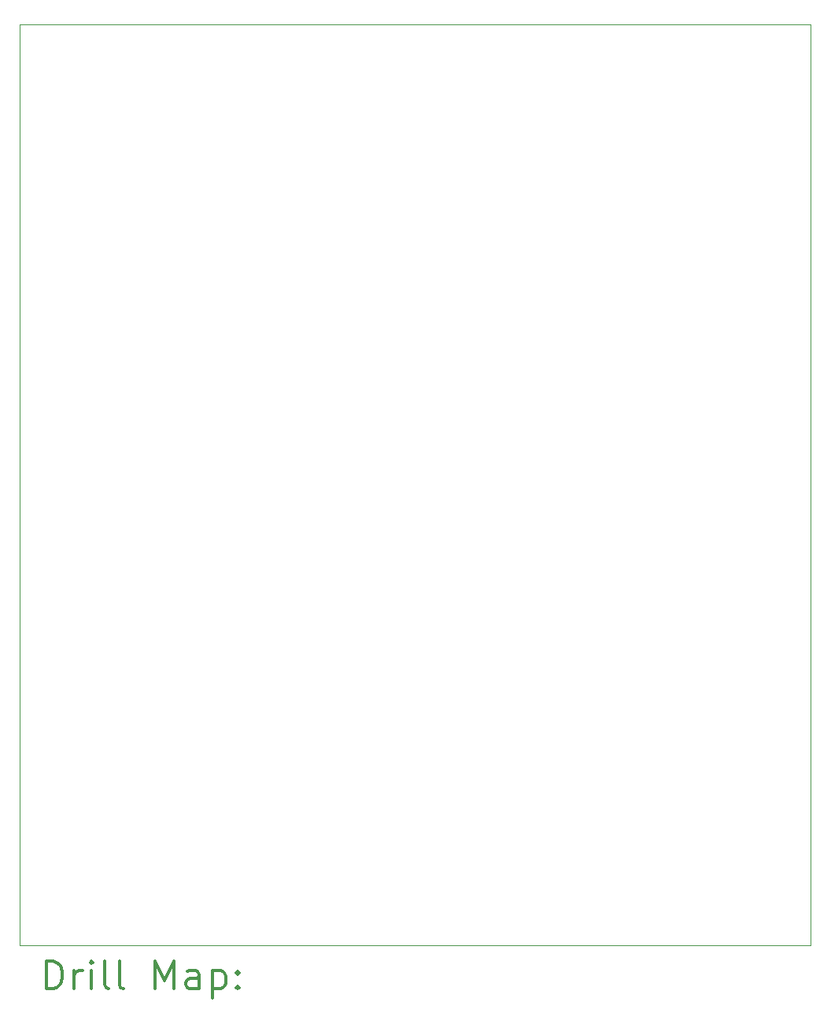
<source format=gbr>
%FSLAX45Y45*%
G04 Gerber Fmt 4.5, Leading zero omitted, Abs format (unit mm)*
G04 Created by KiCad (PCBNEW 5.1.9+dfsg1-1~bpo10+1) date 2025-10-28 22:17:01*
%MOMM*%
%LPD*%
G01*
G04 APERTURE LIST*
%TA.AperFunction,Profile*%
%ADD10C,0.050000*%
%TD*%
%ADD11C,0.200000*%
%ADD12C,0.300000*%
G04 APERTURE END LIST*
D10*
X10541000Y-2032000D02*
X2032000Y-2032000D01*
X10541000Y-11938000D02*
X10541000Y-2032000D01*
X2032000Y-11938000D02*
X10541000Y-11938000D01*
X2032000Y-2032000D02*
X2032000Y-11938000D01*
D11*
D12*
X2315928Y-12406214D02*
X2315928Y-12106214D01*
X2387357Y-12106214D01*
X2430214Y-12120500D01*
X2458786Y-12149071D01*
X2473071Y-12177643D01*
X2487357Y-12234786D01*
X2487357Y-12277643D01*
X2473071Y-12334786D01*
X2458786Y-12363357D01*
X2430214Y-12391929D01*
X2387357Y-12406214D01*
X2315928Y-12406214D01*
X2615928Y-12406214D02*
X2615928Y-12206214D01*
X2615928Y-12263357D02*
X2630214Y-12234786D01*
X2644500Y-12220500D01*
X2673071Y-12206214D01*
X2701643Y-12206214D01*
X2801643Y-12406214D02*
X2801643Y-12206214D01*
X2801643Y-12106214D02*
X2787357Y-12120500D01*
X2801643Y-12134786D01*
X2815928Y-12120500D01*
X2801643Y-12106214D01*
X2801643Y-12134786D01*
X2987357Y-12406214D02*
X2958786Y-12391929D01*
X2944500Y-12363357D01*
X2944500Y-12106214D01*
X3144500Y-12406214D02*
X3115928Y-12391929D01*
X3101643Y-12363357D01*
X3101643Y-12106214D01*
X3487357Y-12406214D02*
X3487357Y-12106214D01*
X3587357Y-12320500D01*
X3687357Y-12106214D01*
X3687357Y-12406214D01*
X3958786Y-12406214D02*
X3958786Y-12249071D01*
X3944500Y-12220500D01*
X3915928Y-12206214D01*
X3858786Y-12206214D01*
X3830214Y-12220500D01*
X3958786Y-12391929D02*
X3930214Y-12406214D01*
X3858786Y-12406214D01*
X3830214Y-12391929D01*
X3815928Y-12363357D01*
X3815928Y-12334786D01*
X3830214Y-12306214D01*
X3858786Y-12291929D01*
X3930214Y-12291929D01*
X3958786Y-12277643D01*
X4101643Y-12206214D02*
X4101643Y-12506214D01*
X4101643Y-12220500D02*
X4130214Y-12206214D01*
X4187357Y-12206214D01*
X4215928Y-12220500D01*
X4230214Y-12234786D01*
X4244500Y-12263357D01*
X4244500Y-12349071D01*
X4230214Y-12377643D01*
X4215928Y-12391929D01*
X4187357Y-12406214D01*
X4130214Y-12406214D01*
X4101643Y-12391929D01*
X4373071Y-12377643D02*
X4387357Y-12391929D01*
X4373071Y-12406214D01*
X4358786Y-12391929D01*
X4373071Y-12377643D01*
X4373071Y-12406214D01*
X4373071Y-12220500D02*
X4387357Y-12234786D01*
X4373071Y-12249071D01*
X4358786Y-12234786D01*
X4373071Y-12220500D01*
X4373071Y-12249071D01*
M02*

</source>
